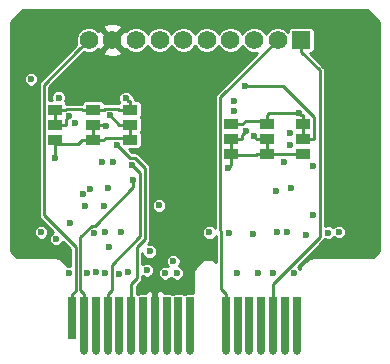
<source format=gbl>
G04 #@! TF.GenerationSoftware,KiCad,Pcbnew,(2018-02-15 revision 29b28de31)-makepkg*
G04 #@! TF.CreationDate,2018-02-23T08:45:45+10:30*
G04 #@! TF.ProjectId,din_meter_atm90e36,64696E5F6D657465725F61746D393065,rev?*
G04 #@! TF.SameCoordinates,Original*
G04 #@! TF.FileFunction,Copper,L4,Bot,Mixed*
G04 #@! TF.FilePolarity,Positive*
%FSLAX46Y46*%
G04 Gerber Fmt 4.6, Leading zero omitted, Abs format (unit mm)*
G04 Created by KiCad (PCBNEW (2018-02-15 revision 29b28de31)-makepkg) date 02/23/18 08:45:45*
%MOMM*%
%LPD*%
G01*
G04 APERTURE LIST*
%ADD10R,1.270000X0.970000*%
%ADD11O,0.650000X0.650000*%
%ADD12R,0.650000X4.600000*%
%ADD13R,0.650000X3.600000*%
%ADD14C,1.575000*%
%ADD15R,1.575000X1.575000*%
%ADD16C,0.600000*%
%ADD17C,0.250000*%
%ADD18C,0.254000*%
G04 APERTURE END LIST*
D10*
X148988000Y-71033600D03*
X148988000Y-69763600D03*
X148988000Y-68493600D03*
X137268000Y-67253600D03*
X137268000Y-68523600D03*
X137268000Y-69793600D03*
X152036000Y-71033600D03*
X152036000Y-69763600D03*
X152036000Y-68493600D03*
X155072000Y-68493600D03*
X155072000Y-69763600D03*
X155072000Y-71033600D03*
X134042000Y-69793600D03*
X134042000Y-68523600D03*
X134042000Y-67253600D03*
X140417000Y-67253600D03*
X140417000Y-68523600D03*
X140417000Y-69793600D03*
D11*
X136508000Y-87723000D03*
X154508000Y-87723000D03*
X153508000Y-87723000D03*
X148508000Y-87723000D03*
X145508000Y-87723000D03*
X152508000Y-87723000D03*
X149508000Y-87723000D03*
X137508000Y-87723000D03*
X151508000Y-87723000D03*
X150508000Y-87723000D03*
X144508000Y-87723000D03*
X143508000Y-87723000D03*
X142508000Y-87723000D03*
X141508000Y-87723000D03*
X140508000Y-87723000D03*
X139508000Y-87723000D03*
X138508000Y-87723000D03*
D12*
X149508000Y-85423000D03*
X148508000Y-85423000D03*
X154508000Y-85423000D03*
X153508000Y-85423000D03*
X152508000Y-85423000D03*
X151508000Y-85423000D03*
X150508000Y-85423000D03*
X145508000Y-85423000D03*
X144508000Y-85423000D03*
X143508000Y-85423000D03*
X142508000Y-85423000D03*
X141508000Y-85423000D03*
X140508000Y-85423000D03*
X139508000Y-85423000D03*
X138508000Y-85423000D03*
X137508000Y-85423000D03*
X136508000Y-85423000D03*
D13*
X135508000Y-84923000D03*
D14*
X136907000Y-61341000D03*
X138907000Y-61341000D03*
X140907000Y-61341000D03*
X142907000Y-61341000D03*
X144907000Y-61341000D03*
X146907000Y-61341000D03*
X148907000Y-61341000D03*
X150907000Y-61341000D03*
X152907000Y-61341000D03*
D15*
X154907000Y-61341000D03*
D16*
X134042000Y-71299300D03*
X148734300Y-72161600D03*
X132026000Y-64664300D03*
X149218500Y-67398600D03*
X135746200Y-68400600D03*
X134363300Y-66240400D03*
X149247700Y-66547600D03*
X154737800Y-67552600D03*
X140045200Y-66275900D03*
X139324400Y-70243200D03*
X153966200Y-69200000D03*
X153980400Y-70200000D03*
X140594600Y-71905800D03*
X155884700Y-71977300D03*
X140673800Y-73211800D03*
X138379200Y-68594300D03*
X138723100Y-67726800D03*
X135228800Y-67820800D03*
X150133900Y-65207100D03*
X150265600Y-69016400D03*
X150940800Y-69487200D03*
X154059300Y-73916100D03*
X155273600Y-77819600D03*
X153401400Y-71675200D03*
X150793100Y-77755100D03*
X152804100Y-74142900D03*
X155877600Y-76141100D03*
X136766000Y-81088000D03*
X147120600Y-77638800D03*
X135215978Y-81078165D03*
X148809000Y-77650600D03*
X137544236Y-81008286D03*
X153675100Y-77587000D03*
X140237823Y-81031676D03*
X157189300Y-77652100D03*
X139505867Y-81195253D03*
X158093100Y-77606700D03*
X138290000Y-81087992D03*
X152821900Y-77594900D03*
X149466000Y-81088000D03*
X136631300Y-75403800D03*
X136384200Y-74376500D03*
X135287800Y-76875100D03*
X138962300Y-71696200D03*
X137354500Y-77724600D03*
X138585262Y-78853987D03*
X154292000Y-81088000D03*
X142058211Y-79246423D03*
X152514010Y-81088000D03*
X139677373Y-77615473D03*
X138583900Y-73907000D03*
X138015100Y-71693200D03*
X142862000Y-75355300D03*
X141846000Y-80833978D03*
X144057745Y-80067388D03*
X137013100Y-73941500D03*
X138287200Y-77637600D03*
X151244000Y-81088000D03*
X138215800Y-75410900D03*
X143370000Y-81088000D03*
X132863900Y-77625800D03*
X144386000Y-81088000D03*
X134157000Y-78201100D03*
D17*
X134042000Y-68523600D02*
X134042000Y-67253600D01*
X155072000Y-69763600D02*
X155072000Y-68493600D01*
X140417000Y-68523600D02*
X140417000Y-69793600D01*
X137268000Y-68523600D02*
X137268000Y-69793600D01*
X148988000Y-69763600D02*
X148988000Y-71033600D01*
X152036000Y-69763600D02*
X152036000Y-71033600D01*
X140277700Y-69654300D02*
X140417000Y-69793600D01*
X138317600Y-69654300D02*
X140277700Y-69654300D01*
X138178300Y-69793600D02*
X138317600Y-69654300D01*
X137268000Y-69793600D02*
X138178300Y-69793600D01*
X155072000Y-71033600D02*
X154161700Y-71033600D01*
X152036000Y-71033600D02*
X154161700Y-71033600D01*
X134042000Y-69793600D02*
X134042000Y-70165800D01*
X137268000Y-69793600D02*
X136357700Y-69793600D01*
X148988000Y-71033600D02*
X148988000Y-71114700D01*
X151044600Y-71114700D02*
X151125700Y-71033600D01*
X148988000Y-71114700D02*
X151044600Y-71114700D01*
X152036000Y-71033600D02*
X151125700Y-71033600D01*
X135985500Y-70165800D02*
X136357700Y-69793600D01*
X134042000Y-70165800D02*
X135985500Y-70165800D01*
X134042000Y-71299300D02*
X134042000Y-70165800D01*
X148988000Y-71907900D02*
X148734300Y-72161600D01*
X148988000Y-71114700D02*
X148988000Y-71907900D01*
X137268000Y-67253600D02*
X138178300Y-67253600D01*
X138280400Y-67151500D02*
X138178300Y-67253600D01*
X139404600Y-67151500D02*
X138280400Y-67151500D01*
X139506700Y-67253600D02*
X139404600Y-67151500D01*
X135009700Y-67196200D02*
X134952300Y-67253600D01*
X136300300Y-67196200D02*
X135009700Y-67196200D01*
X136357700Y-67253600D02*
X136300300Y-67196200D01*
X137268000Y-67253600D02*
X136357700Y-67253600D01*
X134042000Y-67253600D02*
X134952300Y-67253600D01*
X140417000Y-67253600D02*
X139506700Y-67253600D01*
X155072000Y-68493600D02*
X155072000Y-67733300D01*
X154737800Y-67560100D02*
X154737800Y-67552600D01*
X154911000Y-67733300D02*
X154737800Y-67560100D01*
X155072000Y-67733300D02*
X154911000Y-67733300D01*
X152036000Y-68493600D02*
X152036000Y-68170800D01*
X152036000Y-68170800D02*
X152036000Y-67733300D01*
X148988000Y-68493600D02*
X149898300Y-68493600D01*
X150221100Y-68170800D02*
X149898300Y-68493600D01*
X152036000Y-68170800D02*
X150221100Y-68170800D01*
X140262600Y-66493300D02*
X140417000Y-66493300D01*
X140045200Y-66275900D02*
X140262600Y-66493300D01*
X140417000Y-67253600D02*
X140417000Y-66493300D01*
X152209200Y-67560100D02*
X152036000Y-67733300D01*
X154737800Y-67560100D02*
X152209200Y-67560100D01*
X140823800Y-71301300D02*
X140382500Y-71301300D01*
X141673500Y-72151000D02*
X140823800Y-71301300D01*
X140382500Y-71301300D02*
X139624399Y-70543199D01*
X140508000Y-81981314D02*
X140986877Y-81502437D01*
X140986877Y-81502437D02*
X140986877Y-78901055D01*
X140986877Y-78901055D02*
X141673500Y-78214432D01*
X141673500Y-78214432D02*
X141673500Y-72151000D01*
X139624399Y-70543199D02*
X139324400Y-70243200D01*
X140508000Y-85423000D02*
X140508000Y-81981314D01*
X140594600Y-71905800D02*
X141273200Y-72584400D01*
X141273200Y-77964100D02*
X138868391Y-80368909D01*
X138868391Y-82512609D02*
X138508000Y-82873000D01*
X138868391Y-80368909D02*
X138868391Y-82512609D01*
X138508000Y-82873000D02*
X138508000Y-85423000D01*
X141273200Y-72584400D02*
X141273200Y-77964100D01*
X136508000Y-82873000D02*
X136190999Y-82555999D01*
X136508000Y-85423000D02*
X136508000Y-82873000D01*
X137425800Y-77068700D02*
X140673800Y-73820700D01*
X140673800Y-73820700D02*
X140673800Y-73636064D01*
X136190999Y-78072501D02*
X137194800Y-77068700D01*
X136190999Y-82555999D02*
X136190999Y-78072501D01*
X140673800Y-73636064D02*
X140673800Y-73211800D01*
X137194800Y-77068700D02*
X137425800Y-77068700D01*
X137268000Y-68523600D02*
X138178300Y-68523600D01*
X138249000Y-68594300D02*
X138178300Y-68523600D01*
X138379200Y-68594300D02*
X138249000Y-68594300D01*
X140417000Y-68523600D02*
X139506700Y-68523600D01*
X139506700Y-68510400D02*
X138723100Y-67726800D01*
X139506700Y-68523600D02*
X139506700Y-68510400D01*
X134952300Y-68097300D02*
X134952300Y-68523600D01*
X135228800Y-67820800D02*
X134952300Y-68097300D01*
X134042000Y-68523600D02*
X134952300Y-68523600D01*
X155072000Y-69763600D02*
X155982300Y-69763600D01*
X153326900Y-65207100D02*
X150133900Y-65207100D01*
X155982300Y-67862500D02*
X153326900Y-65207100D01*
X155982300Y-69763600D02*
X155982300Y-67862500D01*
X149898300Y-69383700D02*
X149898300Y-69763600D01*
X150265600Y-69016400D02*
X149898300Y-69383700D01*
X148988000Y-69763600D02*
X149898300Y-69763600D01*
X152036000Y-69763600D02*
X151125700Y-69763600D01*
X150940800Y-69578700D02*
X150940800Y-69487200D01*
X151125700Y-69763600D02*
X150940800Y-69578700D01*
X135790988Y-78844788D02*
X133116100Y-76169900D01*
X133116100Y-65131900D02*
X136119501Y-62128499D01*
X135508000Y-82873000D02*
X135790988Y-82590012D01*
X135790988Y-82590012D02*
X135790988Y-78844788D01*
X136119501Y-62128499D02*
X136907000Y-61341000D01*
X135508000Y-84923000D02*
X135508000Y-82873000D01*
X133116100Y-76169900D02*
X133116100Y-65131900D01*
X142508000Y-85423000D02*
X142508000Y-82873000D01*
X142073800Y-78400824D02*
X142073800Y-64507800D01*
X142073800Y-64507800D02*
X139694499Y-62128499D01*
X139694499Y-62128499D02*
X138907000Y-61341000D01*
X142675001Y-82705999D02*
X142675001Y-79002025D01*
X142675001Y-79002025D02*
X142073800Y-78400824D01*
X142508000Y-82873000D02*
X142675001Y-82705999D01*
X148508000Y-85423000D02*
X148508000Y-82847700D01*
X148113400Y-82453100D02*
X148508000Y-82847700D01*
X148113400Y-77485300D02*
X148113400Y-82453100D01*
X148052600Y-77424500D02*
X148113400Y-77485300D01*
X148052600Y-66195400D02*
X148052600Y-77424500D01*
X152907000Y-61341000D02*
X148052600Y-66195400D01*
X152508000Y-82020998D02*
X152508000Y-82873000D01*
X152508000Y-82873000D02*
X152508000Y-85423000D01*
X154907000Y-61341000D02*
X154907000Y-62378500D01*
X156460600Y-78068398D02*
X152508000Y-82020998D01*
X154907000Y-62378500D02*
X156460600Y-63932100D01*
X156460600Y-63932100D02*
X156460600Y-78068398D01*
D18*
G36*
X161508000Y-59816514D02*
X161508000Y-79233486D01*
X160993486Y-79748000D01*
X155910000Y-79748000D01*
X155868077Y-79756339D01*
X155825338Y-79757016D01*
X155791900Y-79771491D01*
X155756161Y-79778600D01*
X155720619Y-79802349D01*
X155681394Y-79819329D01*
X154965394Y-80314329D01*
X154940041Y-80340499D01*
X154909743Y-80360743D01*
X154885995Y-80396285D01*
X154856253Y-80426984D01*
X154842844Y-80460863D01*
X154822600Y-80491161D01*
X154814261Y-80533084D01*
X154798531Y-80572829D01*
X154799108Y-80609264D01*
X154792000Y-80645000D01*
X154792000Y-80701386D01*
X154647631Y-80556765D01*
X154622071Y-80546152D01*
X156780213Y-78388010D01*
X156878194Y-78241371D01*
X156885460Y-78204841D01*
X157064035Y-78278991D01*
X157313471Y-78279209D01*
X157544003Y-78183955D01*
X157663915Y-78064252D01*
X157737469Y-78137935D01*
X157967835Y-78233591D01*
X158217271Y-78233809D01*
X158447803Y-78138555D01*
X158624335Y-77962331D01*
X158719991Y-77731965D01*
X158720209Y-77482529D01*
X158624955Y-77251997D01*
X158448731Y-77075465D01*
X158218365Y-76979809D01*
X157968929Y-76979591D01*
X157738397Y-77074845D01*
X157618485Y-77194548D01*
X157544931Y-77120865D01*
X157314565Y-77025209D01*
X157065129Y-77024991D01*
X156912600Y-77088015D01*
X156912600Y-63932100D01*
X156878194Y-63759127D01*
X156780212Y-63612488D01*
X155629630Y-62461906D01*
X155694500Y-62461906D01*
X155822089Y-62436527D01*
X155930254Y-62364254D01*
X156002527Y-62256089D01*
X156027906Y-62128500D01*
X156027906Y-60553500D01*
X156002527Y-60425911D01*
X155930254Y-60317746D01*
X155822089Y-60245473D01*
X155694500Y-60220094D01*
X154119500Y-60220094D01*
X153991911Y-60245473D01*
X153883746Y-60317746D01*
X153811473Y-60425911D01*
X153786094Y-60553500D01*
X153786094Y-60644111D01*
X153539138Y-60396724D01*
X153129660Y-60226694D01*
X152686285Y-60226307D01*
X152276511Y-60395622D01*
X151962724Y-60708862D01*
X151907073Y-60842884D01*
X151852378Y-60710511D01*
X151539138Y-60396724D01*
X151129660Y-60226694D01*
X150686285Y-60226307D01*
X150276511Y-60395622D01*
X149962724Y-60708862D01*
X149907073Y-60842884D01*
X149852378Y-60710511D01*
X149539138Y-60396724D01*
X149129660Y-60226694D01*
X148686285Y-60226307D01*
X148276511Y-60395622D01*
X147962724Y-60708862D01*
X147907073Y-60842884D01*
X147852378Y-60710511D01*
X147539138Y-60396724D01*
X147129660Y-60226694D01*
X146686285Y-60226307D01*
X146276511Y-60395622D01*
X145962724Y-60708862D01*
X145907073Y-60842884D01*
X145852378Y-60710511D01*
X145539138Y-60396724D01*
X145129660Y-60226694D01*
X144686285Y-60226307D01*
X144276511Y-60395622D01*
X143962724Y-60708862D01*
X143907073Y-60842884D01*
X143852378Y-60710511D01*
X143539138Y-60396724D01*
X143129660Y-60226694D01*
X142686285Y-60226307D01*
X142276511Y-60395622D01*
X141962724Y-60708862D01*
X141907073Y-60842884D01*
X141852378Y-60710511D01*
X141539138Y-60396724D01*
X141129660Y-60226694D01*
X140686285Y-60226307D01*
X140276511Y-60395622D01*
X140094046Y-60577769D01*
X139905689Y-60521916D01*
X139086605Y-61341000D01*
X139905689Y-62160084D01*
X140094112Y-62104211D01*
X140274862Y-62285276D01*
X140684340Y-62455306D01*
X141127715Y-62455693D01*
X141537489Y-62286378D01*
X141851276Y-61973138D01*
X141906927Y-61839116D01*
X141961622Y-61971489D01*
X142274862Y-62285276D01*
X142684340Y-62455306D01*
X143127715Y-62455693D01*
X143537489Y-62286378D01*
X143851276Y-61973138D01*
X143906927Y-61839116D01*
X143961622Y-61971489D01*
X144274862Y-62285276D01*
X144684340Y-62455306D01*
X145127715Y-62455693D01*
X145537489Y-62286378D01*
X145851276Y-61973138D01*
X145906927Y-61839116D01*
X145961622Y-61971489D01*
X146274862Y-62285276D01*
X146684340Y-62455306D01*
X147127715Y-62455693D01*
X147537489Y-62286378D01*
X147851276Y-61973138D01*
X147906927Y-61839116D01*
X147961622Y-61971489D01*
X148274862Y-62285276D01*
X148684340Y-62455306D01*
X149127715Y-62455693D01*
X149537489Y-62286378D01*
X149851276Y-61973138D01*
X149906927Y-61839116D01*
X149961622Y-61971489D01*
X150274862Y-62285276D01*
X150684340Y-62455306D01*
X151127715Y-62455693D01*
X151170945Y-62437831D01*
X147732988Y-65875788D01*
X147635006Y-66022427D01*
X147600600Y-66195400D01*
X147600600Y-77232151D01*
X147476231Y-77107565D01*
X147245865Y-77011909D01*
X146996429Y-77011691D01*
X146765897Y-77106945D01*
X146589365Y-77283169D01*
X146493709Y-77513535D01*
X146493491Y-77762971D01*
X146588745Y-77993503D01*
X146764969Y-78170035D01*
X146995335Y-78265691D01*
X147244771Y-78265909D01*
X147475303Y-78170655D01*
X147651835Y-77994431D01*
X147661400Y-77971396D01*
X147661400Y-80163886D01*
X147477257Y-79979743D01*
X147346839Y-79892600D01*
X147193000Y-79862000D01*
X146812000Y-79862000D01*
X146658161Y-79892600D01*
X146527743Y-79979743D01*
X145892743Y-80614743D01*
X145805600Y-80745161D01*
X145775000Y-80899000D01*
X145775000Y-82789594D01*
X145183000Y-82789594D01*
X145055411Y-82814973D01*
X145008000Y-82846652D01*
X144960589Y-82814973D01*
X144833000Y-82789594D01*
X144183000Y-82789594D01*
X144055411Y-82814973D01*
X144008000Y-82846652D01*
X143960589Y-82814973D01*
X143833000Y-82789594D01*
X143382218Y-82789594D01*
X143371327Y-82763301D01*
X143192698Y-82584673D01*
X142959309Y-82488000D01*
X142793750Y-82488000D01*
X142635000Y-82646750D01*
X142635000Y-85296000D01*
X142655000Y-85296000D01*
X142655000Y-85550000D01*
X142635000Y-85550000D01*
X142635000Y-85570000D01*
X142381000Y-85570000D01*
X142381000Y-85550000D01*
X142361000Y-85550000D01*
X142361000Y-85296000D01*
X142381000Y-85296000D01*
X142381000Y-82646750D01*
X142222250Y-82488000D01*
X142056691Y-82488000D01*
X141823302Y-82584673D01*
X141644673Y-82763301D01*
X141633782Y-82789594D01*
X141183000Y-82789594D01*
X141055411Y-82814973D01*
X141008000Y-82846652D01*
X140960589Y-82814973D01*
X140960000Y-82814856D01*
X140960000Y-82168538D01*
X141306489Y-81822050D01*
X141404471Y-81675410D01*
X141412430Y-81635395D01*
X141438877Y-81502437D01*
X141438877Y-81313631D01*
X141490369Y-81365213D01*
X141720735Y-81460869D01*
X141970171Y-81461087D01*
X142200703Y-81365833D01*
X142354633Y-81212171D01*
X142742891Y-81212171D01*
X142838145Y-81442703D01*
X143014369Y-81619235D01*
X143244735Y-81714891D01*
X143494171Y-81715109D01*
X143724703Y-81619855D01*
X143878113Y-81466713D01*
X144030369Y-81619235D01*
X144260735Y-81714891D01*
X144510171Y-81715109D01*
X144740703Y-81619855D01*
X144917235Y-81443631D01*
X145012891Y-81213265D01*
X145013109Y-80963829D01*
X144917855Y-80733297D01*
X144741631Y-80556765D01*
X144539203Y-80472710D01*
X144588980Y-80423019D01*
X144684636Y-80192653D01*
X144684854Y-79943217D01*
X144589600Y-79712685D01*
X144413376Y-79536153D01*
X144183010Y-79440497D01*
X143933574Y-79440279D01*
X143703042Y-79535533D01*
X143526510Y-79711757D01*
X143430854Y-79942123D01*
X143430636Y-80191559D01*
X143525890Y-80422091D01*
X143614097Y-80510452D01*
X143495265Y-80461109D01*
X143245829Y-80460891D01*
X143015297Y-80556145D01*
X142838765Y-80732369D01*
X142743109Y-80962735D01*
X142742891Y-81212171D01*
X142354633Y-81212171D01*
X142377235Y-81189609D01*
X142472891Y-80959243D01*
X142473109Y-80709807D01*
X142377855Y-80479275D01*
X142201631Y-80302743D01*
X141971265Y-80207087D01*
X141721829Y-80206869D01*
X141491297Y-80302123D01*
X141438877Y-80354452D01*
X141438877Y-79389411D01*
X141526356Y-79601126D01*
X141702580Y-79777658D01*
X141932946Y-79873314D01*
X142182382Y-79873532D01*
X142412914Y-79778278D01*
X142589446Y-79602054D01*
X142685102Y-79371688D01*
X142685320Y-79122252D01*
X142590066Y-78891720D01*
X142413842Y-78715188D01*
X142183476Y-78619532D01*
X141934040Y-78619314D01*
X141889397Y-78637760D01*
X141993113Y-78534044D01*
X142091094Y-78387405D01*
X142125500Y-78214432D01*
X142125500Y-75479471D01*
X142234891Y-75479471D01*
X142330145Y-75710003D01*
X142506369Y-75886535D01*
X142736735Y-75982191D01*
X142986171Y-75982409D01*
X143216703Y-75887155D01*
X143393235Y-75710931D01*
X143488891Y-75480565D01*
X143489109Y-75231129D01*
X143393855Y-75000597D01*
X143217631Y-74824065D01*
X142987265Y-74728409D01*
X142737829Y-74728191D01*
X142507297Y-74823445D01*
X142330765Y-74999669D01*
X142235109Y-75230035D01*
X142234891Y-75479471D01*
X142125500Y-75479471D01*
X142125500Y-72151000D01*
X142091094Y-71978027D01*
X141993112Y-71831388D01*
X141143412Y-70981688D01*
X140996773Y-70883706D01*
X140823800Y-70849300D01*
X140569724Y-70849300D01*
X140332430Y-70612006D01*
X141052000Y-70612006D01*
X141179589Y-70586627D01*
X141287754Y-70514354D01*
X141360027Y-70406189D01*
X141385406Y-70278600D01*
X141385406Y-69308600D01*
X141360027Y-69181011D01*
X141345053Y-69158600D01*
X141360027Y-69136189D01*
X141385406Y-69008600D01*
X141385406Y-68038600D01*
X141360027Y-67911011D01*
X141345053Y-67888600D01*
X141360027Y-67866189D01*
X141385406Y-67738600D01*
X141385406Y-66768600D01*
X141360027Y-66641011D01*
X141287754Y-66532846D01*
X141179589Y-66460573D01*
X141052000Y-66435194D01*
X140857442Y-66435194D01*
X140834594Y-66320327D01*
X140736612Y-66173688D01*
X140660319Y-66122710D01*
X140577055Y-65921197D01*
X140400831Y-65744665D01*
X140170465Y-65649009D01*
X139921029Y-65648791D01*
X139690497Y-65744045D01*
X139513965Y-65920269D01*
X139418309Y-66150635D01*
X139418091Y-66400071D01*
X139500958Y-66600625D01*
X139473973Y-66641011D01*
X139460141Y-66710548D01*
X139404600Y-66699500D01*
X138280400Y-66699500D01*
X138224859Y-66710548D01*
X138211027Y-66641011D01*
X138138754Y-66532846D01*
X138030589Y-66460573D01*
X137903000Y-66435194D01*
X136633000Y-66435194D01*
X136505411Y-66460573D01*
X136397246Y-66532846D01*
X136324973Y-66641011D01*
X136304290Y-66744994D01*
X136300300Y-66744200D01*
X135009700Y-66744200D01*
X135005710Y-66744994D01*
X134985027Y-66641011D01*
X134917699Y-66540246D01*
X134990191Y-66365665D01*
X134990409Y-66116229D01*
X134895155Y-65885697D01*
X134718931Y-65709165D01*
X134488565Y-65613509D01*
X134239129Y-65613291D01*
X134008597Y-65708545D01*
X133832065Y-65884769D01*
X133736409Y-66115135D01*
X133736191Y-66364571D01*
X133765372Y-66435194D01*
X133568100Y-66435194D01*
X133568100Y-65319124D01*
X136439113Y-62448112D01*
X136439115Y-62448109D01*
X136505980Y-62381244D01*
X136684340Y-62455306D01*
X137127715Y-62455693D01*
X137408466Y-62339689D01*
X138087916Y-62339689D01*
X138160514Y-62584514D01*
X138693209Y-62775524D01*
X139258452Y-62748142D01*
X139653486Y-62584514D01*
X139726084Y-62339689D01*
X138907000Y-61520605D01*
X138087916Y-62339689D01*
X137408466Y-62339689D01*
X137537489Y-62286378D01*
X137719954Y-62104231D01*
X137908311Y-62160084D01*
X138727395Y-61341000D01*
X137908311Y-60521916D01*
X137719888Y-60577789D01*
X137539138Y-60396724D01*
X137408097Y-60342311D01*
X138087916Y-60342311D01*
X138907000Y-61161395D01*
X139726084Y-60342311D01*
X139653486Y-60097486D01*
X139120791Y-59906476D01*
X138555548Y-59933858D01*
X138160514Y-60097486D01*
X138087916Y-60342311D01*
X137408097Y-60342311D01*
X137129660Y-60226694D01*
X136686285Y-60226307D01*
X136276511Y-60395622D01*
X135962724Y-60708862D01*
X135792694Y-61118340D01*
X135792307Y-61561715D01*
X135866792Y-61741984D01*
X135799891Y-61808885D01*
X135799888Y-61808887D01*
X132796488Y-64812288D01*
X132698506Y-64958927D01*
X132664100Y-65131900D01*
X132664100Y-76169900D01*
X132698506Y-76342873D01*
X132796488Y-76489512D01*
X133925369Y-77618393D01*
X133802297Y-77669245D01*
X133625765Y-77845469D01*
X133530109Y-78075835D01*
X133529891Y-78325271D01*
X133625145Y-78555803D01*
X133801369Y-78732335D01*
X134031735Y-78827991D01*
X134281171Y-78828209D01*
X134511703Y-78732955D01*
X134688235Y-78556731D01*
X134739719Y-78432743D01*
X135338988Y-79032012D01*
X135338988Y-80451272D01*
X135096694Y-80451060D01*
X135065532Y-80412038D01*
X135031257Y-80360743D01*
X135016915Y-80351160D01*
X135006152Y-80337682D01*
X134419152Y-79842682D01*
X134365137Y-79812877D01*
X134313839Y-79778600D01*
X134296921Y-79775235D01*
X134281820Y-79766902D01*
X134220508Y-79760036D01*
X134160000Y-79748000D01*
X130826514Y-79748000D01*
X130312000Y-79233486D01*
X130312000Y-77749971D01*
X132236791Y-77749971D01*
X132332045Y-77980503D01*
X132508269Y-78157035D01*
X132738635Y-78252691D01*
X132988071Y-78252909D01*
X133218603Y-78157655D01*
X133395135Y-77981431D01*
X133490791Y-77751065D01*
X133491009Y-77501629D01*
X133395755Y-77271097D01*
X133219531Y-77094565D01*
X132989165Y-76998909D01*
X132739729Y-76998691D01*
X132509197Y-77093945D01*
X132332665Y-77270169D01*
X132237009Y-77500535D01*
X132236791Y-77749971D01*
X130312000Y-77749971D01*
X130312000Y-64788471D01*
X131398891Y-64788471D01*
X131494145Y-65019003D01*
X131670369Y-65195535D01*
X131900735Y-65291191D01*
X132150171Y-65291409D01*
X132380703Y-65196155D01*
X132557235Y-65019931D01*
X132652891Y-64789565D01*
X132653109Y-64540129D01*
X132557855Y-64309597D01*
X132381631Y-64133065D01*
X132151265Y-64037409D01*
X131901829Y-64037191D01*
X131671297Y-64132445D01*
X131494765Y-64308669D01*
X131399109Y-64539035D01*
X131398891Y-64788471D01*
X130312000Y-64788471D01*
X130312000Y-59816514D01*
X131326514Y-58802000D01*
X160493486Y-58802000D01*
X161508000Y-59816514D01*
X161508000Y-59816514D01*
G37*
X161508000Y-59816514D02*
X161508000Y-79233486D01*
X160993486Y-79748000D01*
X155910000Y-79748000D01*
X155868077Y-79756339D01*
X155825338Y-79757016D01*
X155791900Y-79771491D01*
X155756161Y-79778600D01*
X155720619Y-79802349D01*
X155681394Y-79819329D01*
X154965394Y-80314329D01*
X154940041Y-80340499D01*
X154909743Y-80360743D01*
X154885995Y-80396285D01*
X154856253Y-80426984D01*
X154842844Y-80460863D01*
X154822600Y-80491161D01*
X154814261Y-80533084D01*
X154798531Y-80572829D01*
X154799108Y-80609264D01*
X154792000Y-80645000D01*
X154792000Y-80701386D01*
X154647631Y-80556765D01*
X154622071Y-80546152D01*
X156780213Y-78388010D01*
X156878194Y-78241371D01*
X156885460Y-78204841D01*
X157064035Y-78278991D01*
X157313471Y-78279209D01*
X157544003Y-78183955D01*
X157663915Y-78064252D01*
X157737469Y-78137935D01*
X157967835Y-78233591D01*
X158217271Y-78233809D01*
X158447803Y-78138555D01*
X158624335Y-77962331D01*
X158719991Y-77731965D01*
X158720209Y-77482529D01*
X158624955Y-77251997D01*
X158448731Y-77075465D01*
X158218365Y-76979809D01*
X157968929Y-76979591D01*
X157738397Y-77074845D01*
X157618485Y-77194548D01*
X157544931Y-77120865D01*
X157314565Y-77025209D01*
X157065129Y-77024991D01*
X156912600Y-77088015D01*
X156912600Y-63932100D01*
X156878194Y-63759127D01*
X156780212Y-63612488D01*
X155629630Y-62461906D01*
X155694500Y-62461906D01*
X155822089Y-62436527D01*
X155930254Y-62364254D01*
X156002527Y-62256089D01*
X156027906Y-62128500D01*
X156027906Y-60553500D01*
X156002527Y-60425911D01*
X155930254Y-60317746D01*
X155822089Y-60245473D01*
X155694500Y-60220094D01*
X154119500Y-60220094D01*
X153991911Y-60245473D01*
X153883746Y-60317746D01*
X153811473Y-60425911D01*
X153786094Y-60553500D01*
X153786094Y-60644111D01*
X153539138Y-60396724D01*
X153129660Y-60226694D01*
X152686285Y-60226307D01*
X152276511Y-60395622D01*
X151962724Y-60708862D01*
X151907073Y-60842884D01*
X151852378Y-60710511D01*
X151539138Y-60396724D01*
X151129660Y-60226694D01*
X150686285Y-60226307D01*
X150276511Y-60395622D01*
X149962724Y-60708862D01*
X149907073Y-60842884D01*
X149852378Y-60710511D01*
X149539138Y-60396724D01*
X149129660Y-60226694D01*
X148686285Y-60226307D01*
X148276511Y-60395622D01*
X147962724Y-60708862D01*
X147907073Y-60842884D01*
X147852378Y-60710511D01*
X147539138Y-60396724D01*
X147129660Y-60226694D01*
X146686285Y-60226307D01*
X146276511Y-60395622D01*
X145962724Y-60708862D01*
X145907073Y-60842884D01*
X145852378Y-60710511D01*
X145539138Y-60396724D01*
X145129660Y-60226694D01*
X144686285Y-60226307D01*
X144276511Y-60395622D01*
X143962724Y-60708862D01*
X143907073Y-60842884D01*
X143852378Y-60710511D01*
X143539138Y-60396724D01*
X143129660Y-60226694D01*
X142686285Y-60226307D01*
X142276511Y-60395622D01*
X141962724Y-60708862D01*
X141907073Y-60842884D01*
X141852378Y-60710511D01*
X141539138Y-60396724D01*
X141129660Y-60226694D01*
X140686285Y-60226307D01*
X140276511Y-60395622D01*
X140094046Y-60577769D01*
X139905689Y-60521916D01*
X139086605Y-61341000D01*
X139905689Y-62160084D01*
X140094112Y-62104211D01*
X140274862Y-62285276D01*
X140684340Y-62455306D01*
X141127715Y-62455693D01*
X141537489Y-62286378D01*
X141851276Y-61973138D01*
X141906927Y-61839116D01*
X141961622Y-61971489D01*
X142274862Y-62285276D01*
X142684340Y-62455306D01*
X143127715Y-62455693D01*
X143537489Y-62286378D01*
X143851276Y-61973138D01*
X143906927Y-61839116D01*
X143961622Y-61971489D01*
X144274862Y-62285276D01*
X144684340Y-62455306D01*
X145127715Y-62455693D01*
X145537489Y-62286378D01*
X145851276Y-61973138D01*
X145906927Y-61839116D01*
X145961622Y-61971489D01*
X146274862Y-62285276D01*
X146684340Y-62455306D01*
X147127715Y-62455693D01*
X147537489Y-62286378D01*
X147851276Y-61973138D01*
X147906927Y-61839116D01*
X147961622Y-61971489D01*
X148274862Y-62285276D01*
X148684340Y-62455306D01*
X149127715Y-62455693D01*
X149537489Y-62286378D01*
X149851276Y-61973138D01*
X149906927Y-61839116D01*
X149961622Y-61971489D01*
X150274862Y-62285276D01*
X150684340Y-62455306D01*
X151127715Y-62455693D01*
X151170945Y-62437831D01*
X147732988Y-65875788D01*
X147635006Y-66022427D01*
X147600600Y-66195400D01*
X147600600Y-77232151D01*
X147476231Y-77107565D01*
X147245865Y-77011909D01*
X146996429Y-77011691D01*
X146765897Y-77106945D01*
X146589365Y-77283169D01*
X146493709Y-77513535D01*
X146493491Y-77762971D01*
X146588745Y-77993503D01*
X146764969Y-78170035D01*
X146995335Y-78265691D01*
X147244771Y-78265909D01*
X147475303Y-78170655D01*
X147651835Y-77994431D01*
X147661400Y-77971396D01*
X147661400Y-80163886D01*
X147477257Y-79979743D01*
X147346839Y-79892600D01*
X147193000Y-79862000D01*
X146812000Y-79862000D01*
X146658161Y-79892600D01*
X146527743Y-79979743D01*
X145892743Y-80614743D01*
X145805600Y-80745161D01*
X145775000Y-80899000D01*
X145775000Y-82789594D01*
X145183000Y-82789594D01*
X145055411Y-82814973D01*
X145008000Y-82846652D01*
X144960589Y-82814973D01*
X144833000Y-82789594D01*
X144183000Y-82789594D01*
X144055411Y-82814973D01*
X144008000Y-82846652D01*
X143960589Y-82814973D01*
X143833000Y-82789594D01*
X143382218Y-82789594D01*
X143371327Y-82763301D01*
X143192698Y-82584673D01*
X142959309Y-82488000D01*
X142793750Y-82488000D01*
X142635000Y-82646750D01*
X142635000Y-85296000D01*
X142655000Y-85296000D01*
X142655000Y-85550000D01*
X142635000Y-85550000D01*
X142635000Y-85570000D01*
X142381000Y-85570000D01*
X142381000Y-85550000D01*
X142361000Y-85550000D01*
X142361000Y-85296000D01*
X142381000Y-85296000D01*
X142381000Y-82646750D01*
X142222250Y-82488000D01*
X142056691Y-82488000D01*
X141823302Y-82584673D01*
X141644673Y-82763301D01*
X141633782Y-82789594D01*
X141183000Y-82789594D01*
X141055411Y-82814973D01*
X141008000Y-82846652D01*
X140960589Y-82814973D01*
X140960000Y-82814856D01*
X140960000Y-82168538D01*
X141306489Y-81822050D01*
X141404471Y-81675410D01*
X141412430Y-81635395D01*
X141438877Y-81502437D01*
X141438877Y-81313631D01*
X141490369Y-81365213D01*
X141720735Y-81460869D01*
X141970171Y-81461087D01*
X142200703Y-81365833D01*
X142354633Y-81212171D01*
X142742891Y-81212171D01*
X142838145Y-81442703D01*
X143014369Y-81619235D01*
X143244735Y-81714891D01*
X143494171Y-81715109D01*
X143724703Y-81619855D01*
X143878113Y-81466713D01*
X144030369Y-81619235D01*
X144260735Y-81714891D01*
X144510171Y-81715109D01*
X144740703Y-81619855D01*
X144917235Y-81443631D01*
X145012891Y-81213265D01*
X145013109Y-80963829D01*
X144917855Y-80733297D01*
X144741631Y-80556765D01*
X144539203Y-80472710D01*
X144588980Y-80423019D01*
X144684636Y-80192653D01*
X144684854Y-79943217D01*
X144589600Y-79712685D01*
X144413376Y-79536153D01*
X144183010Y-79440497D01*
X143933574Y-79440279D01*
X143703042Y-79535533D01*
X143526510Y-79711757D01*
X143430854Y-79942123D01*
X143430636Y-80191559D01*
X143525890Y-80422091D01*
X143614097Y-80510452D01*
X143495265Y-80461109D01*
X143245829Y-80460891D01*
X143015297Y-80556145D01*
X142838765Y-80732369D01*
X142743109Y-80962735D01*
X142742891Y-81212171D01*
X142354633Y-81212171D01*
X142377235Y-81189609D01*
X142472891Y-80959243D01*
X142473109Y-80709807D01*
X142377855Y-80479275D01*
X142201631Y-80302743D01*
X141971265Y-80207087D01*
X141721829Y-80206869D01*
X141491297Y-80302123D01*
X141438877Y-80354452D01*
X141438877Y-79389411D01*
X141526356Y-79601126D01*
X141702580Y-79777658D01*
X141932946Y-79873314D01*
X142182382Y-79873532D01*
X142412914Y-79778278D01*
X142589446Y-79602054D01*
X142685102Y-79371688D01*
X142685320Y-79122252D01*
X142590066Y-78891720D01*
X142413842Y-78715188D01*
X142183476Y-78619532D01*
X141934040Y-78619314D01*
X141889397Y-78637760D01*
X141993113Y-78534044D01*
X142091094Y-78387405D01*
X142125500Y-78214432D01*
X142125500Y-75479471D01*
X142234891Y-75479471D01*
X142330145Y-75710003D01*
X142506369Y-75886535D01*
X142736735Y-75982191D01*
X142986171Y-75982409D01*
X143216703Y-75887155D01*
X143393235Y-75710931D01*
X143488891Y-75480565D01*
X143489109Y-75231129D01*
X143393855Y-75000597D01*
X143217631Y-74824065D01*
X142987265Y-74728409D01*
X142737829Y-74728191D01*
X142507297Y-74823445D01*
X142330765Y-74999669D01*
X142235109Y-75230035D01*
X142234891Y-75479471D01*
X142125500Y-75479471D01*
X142125500Y-72151000D01*
X142091094Y-71978027D01*
X141993112Y-71831388D01*
X141143412Y-70981688D01*
X140996773Y-70883706D01*
X140823800Y-70849300D01*
X140569724Y-70849300D01*
X140332430Y-70612006D01*
X141052000Y-70612006D01*
X141179589Y-70586627D01*
X141287754Y-70514354D01*
X141360027Y-70406189D01*
X141385406Y-70278600D01*
X141385406Y-69308600D01*
X141360027Y-69181011D01*
X141345053Y-69158600D01*
X141360027Y-69136189D01*
X141385406Y-69008600D01*
X141385406Y-68038600D01*
X141360027Y-67911011D01*
X141345053Y-67888600D01*
X141360027Y-67866189D01*
X141385406Y-67738600D01*
X141385406Y-66768600D01*
X141360027Y-66641011D01*
X141287754Y-66532846D01*
X141179589Y-66460573D01*
X141052000Y-66435194D01*
X140857442Y-66435194D01*
X140834594Y-66320327D01*
X140736612Y-66173688D01*
X140660319Y-66122710D01*
X140577055Y-65921197D01*
X140400831Y-65744665D01*
X140170465Y-65649009D01*
X139921029Y-65648791D01*
X139690497Y-65744045D01*
X139513965Y-65920269D01*
X139418309Y-66150635D01*
X139418091Y-66400071D01*
X139500958Y-66600625D01*
X139473973Y-66641011D01*
X139460141Y-66710548D01*
X139404600Y-66699500D01*
X138280400Y-66699500D01*
X138224859Y-66710548D01*
X138211027Y-66641011D01*
X138138754Y-66532846D01*
X138030589Y-66460573D01*
X137903000Y-66435194D01*
X136633000Y-66435194D01*
X136505411Y-66460573D01*
X136397246Y-66532846D01*
X136324973Y-66641011D01*
X136304290Y-66744994D01*
X136300300Y-66744200D01*
X135009700Y-66744200D01*
X135005710Y-66744994D01*
X134985027Y-66641011D01*
X134917699Y-66540246D01*
X134990191Y-66365665D01*
X134990409Y-66116229D01*
X134895155Y-65885697D01*
X134718931Y-65709165D01*
X134488565Y-65613509D01*
X134239129Y-65613291D01*
X134008597Y-65708545D01*
X133832065Y-65884769D01*
X133736409Y-66115135D01*
X133736191Y-66364571D01*
X133765372Y-66435194D01*
X133568100Y-66435194D01*
X133568100Y-65319124D01*
X136439113Y-62448112D01*
X136439115Y-62448109D01*
X136505980Y-62381244D01*
X136684340Y-62455306D01*
X137127715Y-62455693D01*
X137408466Y-62339689D01*
X138087916Y-62339689D01*
X138160514Y-62584514D01*
X138693209Y-62775524D01*
X139258452Y-62748142D01*
X139653486Y-62584514D01*
X139726084Y-62339689D01*
X138907000Y-61520605D01*
X138087916Y-62339689D01*
X137408466Y-62339689D01*
X137537489Y-62286378D01*
X137719954Y-62104231D01*
X137908311Y-62160084D01*
X138727395Y-61341000D01*
X137908311Y-60521916D01*
X137719888Y-60577789D01*
X137539138Y-60396724D01*
X137408097Y-60342311D01*
X138087916Y-60342311D01*
X138907000Y-61161395D01*
X139726084Y-60342311D01*
X139653486Y-60097486D01*
X139120791Y-59906476D01*
X138555548Y-59933858D01*
X138160514Y-60097486D01*
X138087916Y-60342311D01*
X137408097Y-60342311D01*
X137129660Y-60226694D01*
X136686285Y-60226307D01*
X136276511Y-60395622D01*
X135962724Y-60708862D01*
X135792694Y-61118340D01*
X135792307Y-61561715D01*
X135866792Y-61741984D01*
X135799891Y-61808885D01*
X135799888Y-61808887D01*
X132796488Y-64812288D01*
X132698506Y-64958927D01*
X132664100Y-65131900D01*
X132664100Y-76169900D01*
X132698506Y-76342873D01*
X132796488Y-76489512D01*
X133925369Y-77618393D01*
X133802297Y-77669245D01*
X133625765Y-77845469D01*
X133530109Y-78075835D01*
X133529891Y-78325271D01*
X133625145Y-78555803D01*
X133801369Y-78732335D01*
X134031735Y-78827991D01*
X134281171Y-78828209D01*
X134511703Y-78732955D01*
X134688235Y-78556731D01*
X134739719Y-78432743D01*
X135338988Y-79032012D01*
X135338988Y-80451272D01*
X135096694Y-80451060D01*
X135065532Y-80412038D01*
X135031257Y-80360743D01*
X135016915Y-80351160D01*
X135006152Y-80337682D01*
X134419152Y-79842682D01*
X134365137Y-79812877D01*
X134313839Y-79778600D01*
X134296921Y-79775235D01*
X134281820Y-79766902D01*
X134220508Y-79760036D01*
X134160000Y-79748000D01*
X130826514Y-79748000D01*
X130312000Y-79233486D01*
X130312000Y-77749971D01*
X132236791Y-77749971D01*
X132332045Y-77980503D01*
X132508269Y-78157035D01*
X132738635Y-78252691D01*
X132988071Y-78252909D01*
X133218603Y-78157655D01*
X133395135Y-77981431D01*
X133490791Y-77751065D01*
X133491009Y-77501629D01*
X133395755Y-77271097D01*
X133219531Y-77094565D01*
X132989165Y-76998909D01*
X132739729Y-76998691D01*
X132509197Y-77093945D01*
X132332665Y-77270169D01*
X132237009Y-77500535D01*
X132236791Y-77749971D01*
X130312000Y-77749971D01*
X130312000Y-64788471D01*
X131398891Y-64788471D01*
X131494145Y-65019003D01*
X131670369Y-65195535D01*
X131900735Y-65291191D01*
X132150171Y-65291409D01*
X132380703Y-65196155D01*
X132557235Y-65019931D01*
X132652891Y-64789565D01*
X132653109Y-64540129D01*
X132557855Y-64309597D01*
X132381631Y-64133065D01*
X132151265Y-64037409D01*
X131901829Y-64037191D01*
X131671297Y-64132445D01*
X131494765Y-64308669D01*
X131399109Y-64539035D01*
X131398891Y-64788471D01*
X130312000Y-64788471D01*
X130312000Y-59816514D01*
X131326514Y-58802000D01*
X160493486Y-58802000D01*
X161508000Y-59816514D01*
M02*

</source>
